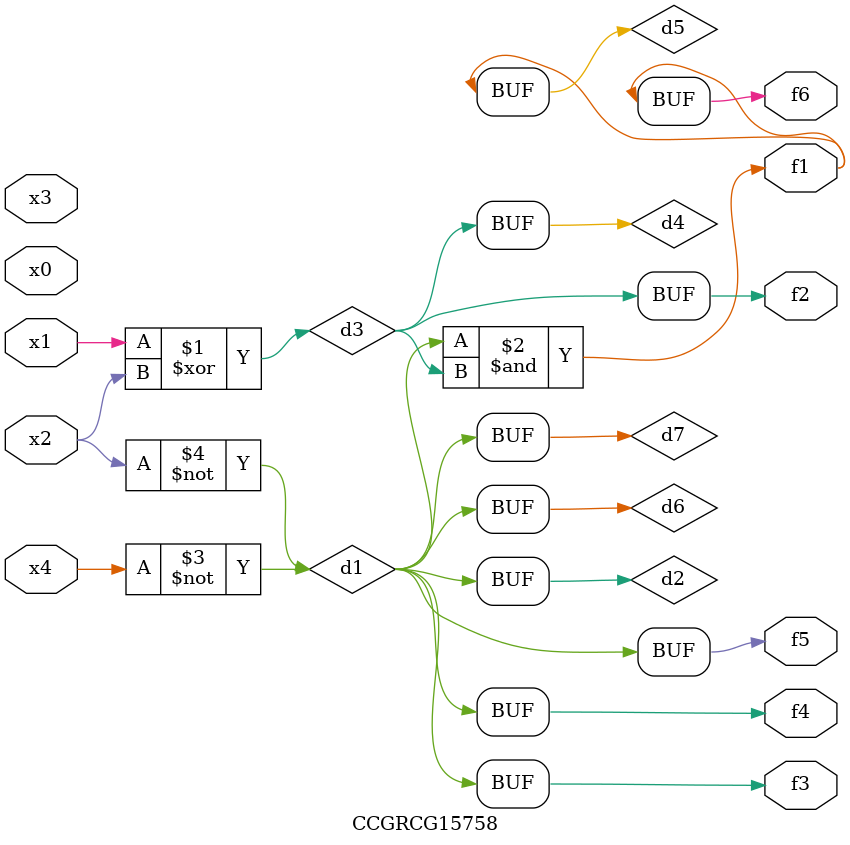
<source format=v>
module CCGRCG15758(
	input x0, x1, x2, x3, x4,
	output f1, f2, f3, f4, f5, f6
);

	wire d1, d2, d3, d4, d5, d6, d7;

	not (d1, x4);
	not (d2, x2);
	xor (d3, x1, x2);
	buf (d4, d3);
	and (d5, d1, d3);
	buf (d6, d1, d2);
	buf (d7, d2);
	assign f1 = d5;
	assign f2 = d4;
	assign f3 = d7;
	assign f4 = d7;
	assign f5 = d7;
	assign f6 = d5;
endmodule

</source>
